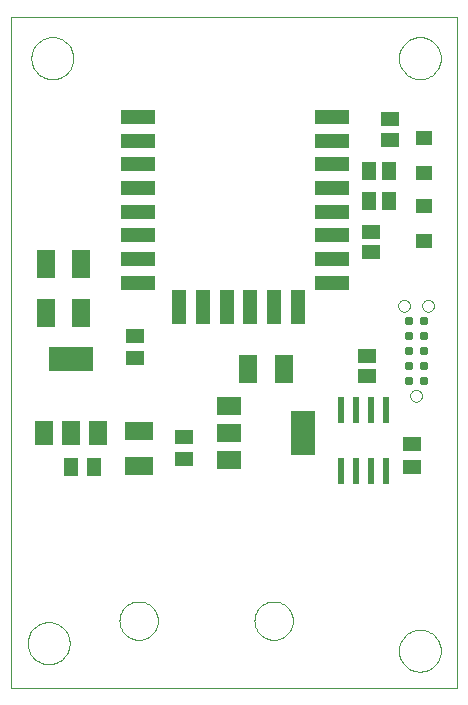
<source format=gtp>
G75*
%MOIN*%
%OFA0B0*%
%FSLAX24Y24*%
%IPPOS*%
%LPD*%
%AMOC8*
5,1,8,0,0,1.08239X$1,22.5*
%
%ADD10C,0.0000*%
%ADD11R,0.0591X0.0512*%
%ADD12R,0.0512X0.0591*%
%ADD13R,0.0630X0.0945*%
%ADD14R,0.0236X0.0866*%
%ADD15R,0.1181X0.0472*%
%ADD16R,0.0472X0.1181*%
%ADD17R,0.0551X0.0472*%
%ADD18R,0.0787X0.0591*%
%ADD19R,0.0787X0.1496*%
%ADD20R,0.0591X0.0787*%
%ADD21R,0.1496X0.0787*%
%ADD22R,0.0945X0.0630*%
%ADD23C,0.0310*%
D10*
X000180Y000954D02*
X000180Y023325D01*
X015050Y023325D01*
X015050Y000954D01*
X000180Y000954D01*
X000730Y002454D02*
X000732Y002506D01*
X000738Y002558D01*
X000748Y002610D01*
X000761Y002660D01*
X000778Y002710D01*
X000799Y002758D01*
X000824Y002804D01*
X000852Y002848D01*
X000883Y002890D01*
X000917Y002930D01*
X000954Y002967D01*
X000994Y003001D01*
X001036Y003032D01*
X001080Y003060D01*
X001126Y003085D01*
X001174Y003106D01*
X001224Y003123D01*
X001274Y003136D01*
X001326Y003146D01*
X001378Y003152D01*
X001430Y003154D01*
X001482Y003152D01*
X001534Y003146D01*
X001586Y003136D01*
X001636Y003123D01*
X001686Y003106D01*
X001734Y003085D01*
X001780Y003060D01*
X001824Y003032D01*
X001866Y003001D01*
X001906Y002967D01*
X001943Y002930D01*
X001977Y002890D01*
X002008Y002848D01*
X002036Y002804D01*
X002061Y002758D01*
X002082Y002710D01*
X002099Y002660D01*
X002112Y002610D01*
X002122Y002558D01*
X002128Y002506D01*
X002130Y002454D01*
X002128Y002402D01*
X002122Y002350D01*
X002112Y002298D01*
X002099Y002248D01*
X002082Y002198D01*
X002061Y002150D01*
X002036Y002104D01*
X002008Y002060D01*
X001977Y002018D01*
X001943Y001978D01*
X001906Y001941D01*
X001866Y001907D01*
X001824Y001876D01*
X001780Y001848D01*
X001734Y001823D01*
X001686Y001802D01*
X001636Y001785D01*
X001586Y001772D01*
X001534Y001762D01*
X001482Y001756D01*
X001430Y001754D01*
X001378Y001756D01*
X001326Y001762D01*
X001274Y001772D01*
X001224Y001785D01*
X001174Y001802D01*
X001126Y001823D01*
X001080Y001848D01*
X001036Y001876D01*
X000994Y001907D01*
X000954Y001941D01*
X000917Y001978D01*
X000883Y002018D01*
X000852Y002060D01*
X000824Y002104D01*
X000799Y002150D01*
X000778Y002198D01*
X000761Y002248D01*
X000748Y002298D01*
X000738Y002350D01*
X000732Y002402D01*
X000730Y002454D01*
X003790Y003204D02*
X003792Y003254D01*
X003798Y003304D01*
X003808Y003353D01*
X003821Y003402D01*
X003839Y003449D01*
X003860Y003495D01*
X003884Y003538D01*
X003912Y003580D01*
X003943Y003620D01*
X003977Y003657D01*
X004014Y003691D01*
X004054Y003722D01*
X004096Y003750D01*
X004139Y003774D01*
X004185Y003795D01*
X004232Y003813D01*
X004281Y003826D01*
X004330Y003836D01*
X004380Y003842D01*
X004430Y003844D01*
X004480Y003842D01*
X004530Y003836D01*
X004579Y003826D01*
X004628Y003813D01*
X004675Y003795D01*
X004721Y003774D01*
X004764Y003750D01*
X004806Y003722D01*
X004846Y003691D01*
X004883Y003657D01*
X004917Y003620D01*
X004948Y003580D01*
X004976Y003538D01*
X005000Y003495D01*
X005021Y003449D01*
X005039Y003402D01*
X005052Y003353D01*
X005062Y003304D01*
X005068Y003254D01*
X005070Y003204D01*
X005068Y003154D01*
X005062Y003104D01*
X005052Y003055D01*
X005039Y003006D01*
X005021Y002959D01*
X005000Y002913D01*
X004976Y002870D01*
X004948Y002828D01*
X004917Y002788D01*
X004883Y002751D01*
X004846Y002717D01*
X004806Y002686D01*
X004764Y002658D01*
X004721Y002634D01*
X004675Y002613D01*
X004628Y002595D01*
X004579Y002582D01*
X004530Y002572D01*
X004480Y002566D01*
X004430Y002564D01*
X004380Y002566D01*
X004330Y002572D01*
X004281Y002582D01*
X004232Y002595D01*
X004185Y002613D01*
X004139Y002634D01*
X004096Y002658D01*
X004054Y002686D01*
X004014Y002717D01*
X003977Y002751D01*
X003943Y002788D01*
X003912Y002828D01*
X003884Y002870D01*
X003860Y002913D01*
X003839Y002959D01*
X003821Y003006D01*
X003808Y003055D01*
X003798Y003104D01*
X003792Y003154D01*
X003790Y003204D01*
X008290Y003204D02*
X008292Y003254D01*
X008298Y003304D01*
X008308Y003353D01*
X008321Y003402D01*
X008339Y003449D01*
X008360Y003495D01*
X008384Y003538D01*
X008412Y003580D01*
X008443Y003620D01*
X008477Y003657D01*
X008514Y003691D01*
X008554Y003722D01*
X008596Y003750D01*
X008639Y003774D01*
X008685Y003795D01*
X008732Y003813D01*
X008781Y003826D01*
X008830Y003836D01*
X008880Y003842D01*
X008930Y003844D01*
X008980Y003842D01*
X009030Y003836D01*
X009079Y003826D01*
X009128Y003813D01*
X009175Y003795D01*
X009221Y003774D01*
X009264Y003750D01*
X009306Y003722D01*
X009346Y003691D01*
X009383Y003657D01*
X009417Y003620D01*
X009448Y003580D01*
X009476Y003538D01*
X009500Y003495D01*
X009521Y003449D01*
X009539Y003402D01*
X009552Y003353D01*
X009562Y003304D01*
X009568Y003254D01*
X009570Y003204D01*
X009568Y003154D01*
X009562Y003104D01*
X009552Y003055D01*
X009539Y003006D01*
X009521Y002959D01*
X009500Y002913D01*
X009476Y002870D01*
X009448Y002828D01*
X009417Y002788D01*
X009383Y002751D01*
X009346Y002717D01*
X009306Y002686D01*
X009264Y002658D01*
X009221Y002634D01*
X009175Y002613D01*
X009128Y002595D01*
X009079Y002582D01*
X009030Y002572D01*
X008980Y002566D01*
X008930Y002564D01*
X008880Y002566D01*
X008830Y002572D01*
X008781Y002582D01*
X008732Y002595D01*
X008685Y002613D01*
X008639Y002634D01*
X008596Y002658D01*
X008554Y002686D01*
X008514Y002717D01*
X008477Y002751D01*
X008443Y002788D01*
X008412Y002828D01*
X008384Y002870D01*
X008360Y002913D01*
X008339Y002959D01*
X008321Y003006D01*
X008308Y003055D01*
X008298Y003104D01*
X008292Y003154D01*
X008290Y003204D01*
X013483Y010704D02*
X013485Y010731D01*
X013491Y010758D01*
X013500Y010784D01*
X013513Y010808D01*
X013529Y010831D01*
X013548Y010850D01*
X013570Y010867D01*
X013594Y010881D01*
X013619Y010891D01*
X013646Y010898D01*
X013673Y010901D01*
X013701Y010900D01*
X013728Y010895D01*
X013754Y010887D01*
X013778Y010875D01*
X013801Y010859D01*
X013822Y010841D01*
X013839Y010820D01*
X013854Y010796D01*
X013865Y010771D01*
X013873Y010745D01*
X013877Y010718D01*
X013877Y010690D01*
X013873Y010663D01*
X013865Y010637D01*
X013854Y010612D01*
X013839Y010588D01*
X013822Y010567D01*
X013801Y010549D01*
X013779Y010533D01*
X013754Y010521D01*
X013728Y010513D01*
X013701Y010508D01*
X013673Y010507D01*
X013646Y010510D01*
X013619Y010517D01*
X013594Y010527D01*
X013570Y010541D01*
X013548Y010558D01*
X013529Y010577D01*
X013513Y010600D01*
X013500Y010624D01*
X013491Y010650D01*
X013485Y010677D01*
X013483Y010704D01*
X013083Y013704D02*
X013085Y013731D01*
X013091Y013758D01*
X013100Y013784D01*
X013113Y013808D01*
X013129Y013831D01*
X013148Y013850D01*
X013170Y013867D01*
X013194Y013881D01*
X013219Y013891D01*
X013246Y013898D01*
X013273Y013901D01*
X013301Y013900D01*
X013328Y013895D01*
X013354Y013887D01*
X013378Y013875D01*
X013401Y013859D01*
X013422Y013841D01*
X013439Y013820D01*
X013454Y013796D01*
X013465Y013771D01*
X013473Y013745D01*
X013477Y013718D01*
X013477Y013690D01*
X013473Y013663D01*
X013465Y013637D01*
X013454Y013612D01*
X013439Y013588D01*
X013422Y013567D01*
X013401Y013549D01*
X013379Y013533D01*
X013354Y013521D01*
X013328Y013513D01*
X013301Y013508D01*
X013273Y013507D01*
X013246Y013510D01*
X013219Y013517D01*
X013194Y013527D01*
X013170Y013541D01*
X013148Y013558D01*
X013129Y013577D01*
X013113Y013600D01*
X013100Y013624D01*
X013091Y013650D01*
X013085Y013677D01*
X013083Y013704D01*
X013883Y013704D02*
X013885Y013731D01*
X013891Y013758D01*
X013900Y013784D01*
X013913Y013808D01*
X013929Y013831D01*
X013948Y013850D01*
X013970Y013867D01*
X013994Y013881D01*
X014019Y013891D01*
X014046Y013898D01*
X014073Y013901D01*
X014101Y013900D01*
X014128Y013895D01*
X014154Y013887D01*
X014178Y013875D01*
X014201Y013859D01*
X014222Y013841D01*
X014239Y013820D01*
X014254Y013796D01*
X014265Y013771D01*
X014273Y013745D01*
X014277Y013718D01*
X014277Y013690D01*
X014273Y013663D01*
X014265Y013637D01*
X014254Y013612D01*
X014239Y013588D01*
X014222Y013567D01*
X014201Y013549D01*
X014179Y013533D01*
X014154Y013521D01*
X014128Y013513D01*
X014101Y013508D01*
X014073Y013507D01*
X014046Y013510D01*
X014019Y013517D01*
X013994Y013527D01*
X013970Y013541D01*
X013948Y013558D01*
X013929Y013577D01*
X013913Y013600D01*
X013900Y013624D01*
X013891Y013650D01*
X013885Y013677D01*
X013883Y013704D01*
X013105Y021954D02*
X013107Y022006D01*
X013113Y022058D01*
X013123Y022110D01*
X013136Y022160D01*
X013153Y022210D01*
X013174Y022258D01*
X013199Y022304D01*
X013227Y022348D01*
X013258Y022390D01*
X013292Y022430D01*
X013329Y022467D01*
X013369Y022501D01*
X013411Y022532D01*
X013455Y022560D01*
X013501Y022585D01*
X013549Y022606D01*
X013599Y022623D01*
X013649Y022636D01*
X013701Y022646D01*
X013753Y022652D01*
X013805Y022654D01*
X013857Y022652D01*
X013909Y022646D01*
X013961Y022636D01*
X014011Y022623D01*
X014061Y022606D01*
X014109Y022585D01*
X014155Y022560D01*
X014199Y022532D01*
X014241Y022501D01*
X014281Y022467D01*
X014318Y022430D01*
X014352Y022390D01*
X014383Y022348D01*
X014411Y022304D01*
X014436Y022258D01*
X014457Y022210D01*
X014474Y022160D01*
X014487Y022110D01*
X014497Y022058D01*
X014503Y022006D01*
X014505Y021954D01*
X014503Y021902D01*
X014497Y021850D01*
X014487Y021798D01*
X014474Y021748D01*
X014457Y021698D01*
X014436Y021650D01*
X014411Y021604D01*
X014383Y021560D01*
X014352Y021518D01*
X014318Y021478D01*
X014281Y021441D01*
X014241Y021407D01*
X014199Y021376D01*
X014155Y021348D01*
X014109Y021323D01*
X014061Y021302D01*
X014011Y021285D01*
X013961Y021272D01*
X013909Y021262D01*
X013857Y021256D01*
X013805Y021254D01*
X013753Y021256D01*
X013701Y021262D01*
X013649Y021272D01*
X013599Y021285D01*
X013549Y021302D01*
X013501Y021323D01*
X013455Y021348D01*
X013411Y021376D01*
X013369Y021407D01*
X013329Y021441D01*
X013292Y021478D01*
X013258Y021518D01*
X013227Y021560D01*
X013199Y021604D01*
X013174Y021650D01*
X013153Y021698D01*
X013136Y021748D01*
X013123Y021798D01*
X013113Y021850D01*
X013107Y021902D01*
X013105Y021954D01*
X000855Y021954D02*
X000857Y022006D01*
X000863Y022058D01*
X000873Y022110D01*
X000886Y022160D01*
X000903Y022210D01*
X000924Y022258D01*
X000949Y022304D01*
X000977Y022348D01*
X001008Y022390D01*
X001042Y022430D01*
X001079Y022467D01*
X001119Y022501D01*
X001161Y022532D01*
X001205Y022560D01*
X001251Y022585D01*
X001299Y022606D01*
X001349Y022623D01*
X001399Y022636D01*
X001451Y022646D01*
X001503Y022652D01*
X001555Y022654D01*
X001607Y022652D01*
X001659Y022646D01*
X001711Y022636D01*
X001761Y022623D01*
X001811Y022606D01*
X001859Y022585D01*
X001905Y022560D01*
X001949Y022532D01*
X001991Y022501D01*
X002031Y022467D01*
X002068Y022430D01*
X002102Y022390D01*
X002133Y022348D01*
X002161Y022304D01*
X002186Y022258D01*
X002207Y022210D01*
X002224Y022160D01*
X002237Y022110D01*
X002247Y022058D01*
X002253Y022006D01*
X002255Y021954D01*
X002253Y021902D01*
X002247Y021850D01*
X002237Y021798D01*
X002224Y021748D01*
X002207Y021698D01*
X002186Y021650D01*
X002161Y021604D01*
X002133Y021560D01*
X002102Y021518D01*
X002068Y021478D01*
X002031Y021441D01*
X001991Y021407D01*
X001949Y021376D01*
X001905Y021348D01*
X001859Y021323D01*
X001811Y021302D01*
X001761Y021285D01*
X001711Y021272D01*
X001659Y021262D01*
X001607Y021256D01*
X001555Y021254D01*
X001503Y021256D01*
X001451Y021262D01*
X001399Y021272D01*
X001349Y021285D01*
X001299Y021302D01*
X001251Y021323D01*
X001205Y021348D01*
X001161Y021376D01*
X001119Y021407D01*
X001079Y021441D01*
X001042Y021478D01*
X001008Y021518D01*
X000977Y021560D01*
X000949Y021604D01*
X000924Y021650D01*
X000903Y021698D01*
X000886Y021748D01*
X000873Y021798D01*
X000863Y021850D01*
X000857Y021902D01*
X000855Y021954D01*
X013105Y002204D02*
X013107Y002256D01*
X013113Y002308D01*
X013123Y002360D01*
X013136Y002410D01*
X013153Y002460D01*
X013174Y002508D01*
X013199Y002554D01*
X013227Y002598D01*
X013258Y002640D01*
X013292Y002680D01*
X013329Y002717D01*
X013369Y002751D01*
X013411Y002782D01*
X013455Y002810D01*
X013501Y002835D01*
X013549Y002856D01*
X013599Y002873D01*
X013649Y002886D01*
X013701Y002896D01*
X013753Y002902D01*
X013805Y002904D01*
X013857Y002902D01*
X013909Y002896D01*
X013961Y002886D01*
X014011Y002873D01*
X014061Y002856D01*
X014109Y002835D01*
X014155Y002810D01*
X014199Y002782D01*
X014241Y002751D01*
X014281Y002717D01*
X014318Y002680D01*
X014352Y002640D01*
X014383Y002598D01*
X014411Y002554D01*
X014436Y002508D01*
X014457Y002460D01*
X014474Y002410D01*
X014487Y002360D01*
X014497Y002308D01*
X014503Y002256D01*
X014505Y002204D01*
X014503Y002152D01*
X014497Y002100D01*
X014487Y002048D01*
X014474Y001998D01*
X014457Y001948D01*
X014436Y001900D01*
X014411Y001854D01*
X014383Y001810D01*
X014352Y001768D01*
X014318Y001728D01*
X014281Y001691D01*
X014241Y001657D01*
X014199Y001626D01*
X014155Y001598D01*
X014109Y001573D01*
X014061Y001552D01*
X014011Y001535D01*
X013961Y001522D01*
X013909Y001512D01*
X013857Y001506D01*
X013805Y001504D01*
X013753Y001506D01*
X013701Y001512D01*
X013649Y001522D01*
X013599Y001535D01*
X013549Y001552D01*
X013501Y001573D01*
X013455Y001598D01*
X013411Y001626D01*
X013369Y001657D01*
X013329Y001691D01*
X013292Y001728D01*
X013258Y001768D01*
X013227Y001810D01*
X013199Y001854D01*
X013174Y001900D01*
X013153Y001948D01*
X013136Y001998D01*
X013123Y002048D01*
X013113Y002100D01*
X013107Y002152D01*
X013105Y002204D01*
D11*
X013555Y008330D03*
X013555Y009078D03*
X012055Y011369D03*
X012055Y012038D03*
X012180Y015494D03*
X012180Y016163D03*
X012805Y019244D03*
X012805Y019913D03*
X005930Y009328D03*
X005930Y008580D03*
X004305Y011955D03*
X004305Y012703D03*
D12*
X002929Y008329D03*
X002181Y008329D03*
X012095Y017204D03*
X012765Y017204D03*
X012765Y018204D03*
X012095Y018204D03*
D13*
X009271Y011579D03*
X008089Y011579D03*
X002521Y013454D03*
X002521Y015079D03*
X001339Y015079D03*
X001339Y013454D03*
D14*
X011180Y010227D03*
X011680Y010227D03*
X012180Y010227D03*
X012680Y010227D03*
X012680Y008180D03*
X012180Y008180D03*
X011680Y008180D03*
X011180Y008180D03*
D15*
X010869Y014475D03*
X010869Y015263D03*
X010869Y016050D03*
X010869Y016838D03*
X010869Y017625D03*
X010869Y018412D03*
X010869Y019200D03*
X010869Y019987D03*
X004412Y019987D03*
X004412Y019200D03*
X004412Y018412D03*
X004412Y017625D03*
X004412Y016838D03*
X004412Y016050D03*
X004412Y015263D03*
X004412Y014475D03*
D16*
X005790Y013649D03*
X006578Y013649D03*
X007365Y013649D03*
X008152Y013649D03*
X008940Y013649D03*
X009727Y013649D03*
D17*
X013930Y015863D03*
X013930Y017044D03*
X013930Y018113D03*
X013930Y019294D03*
D18*
X007440Y010359D03*
X007440Y009454D03*
X007440Y008548D03*
D19*
X009920Y009454D03*
D20*
X003086Y009464D03*
X002180Y009464D03*
X001274Y009464D03*
D21*
X002180Y011944D03*
D22*
X004430Y009544D03*
X004430Y008363D03*
D23*
X013430Y011204D03*
X013430Y011704D03*
X013430Y012204D03*
X013430Y012704D03*
X013430Y013204D03*
X013930Y013204D03*
X013930Y012704D03*
X013930Y012204D03*
X013930Y011704D03*
X013930Y011204D03*
M02*

</source>
